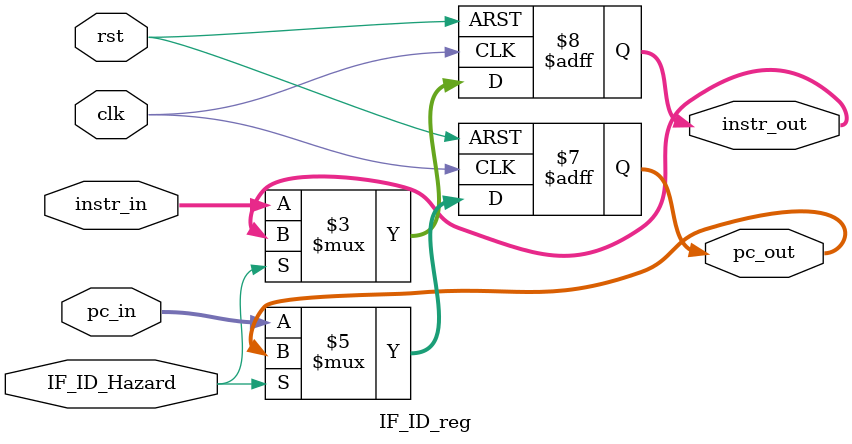
<source format=sv>
module IF_ID_reg (
    input clk,
    input rst,
    input IF_ID_Hazard,
    input [31:0] pc_in,
    input [31:0] instr_in,
    output reg [31:0] pc_out,
    output reg [31:0] instr_out,
);

always_ff @(posedge clk, posedge rst) begin
    if(rst) begin
        pc_out <= 32'd0;
        instr_out <= 32'd0;
    end
    else begin
        if(!IF_ID_Hazard) begin
            pc_out <= pc_in;
            instr_out <= instr_in;
        end
    end
end
    
endmodule
</source>
